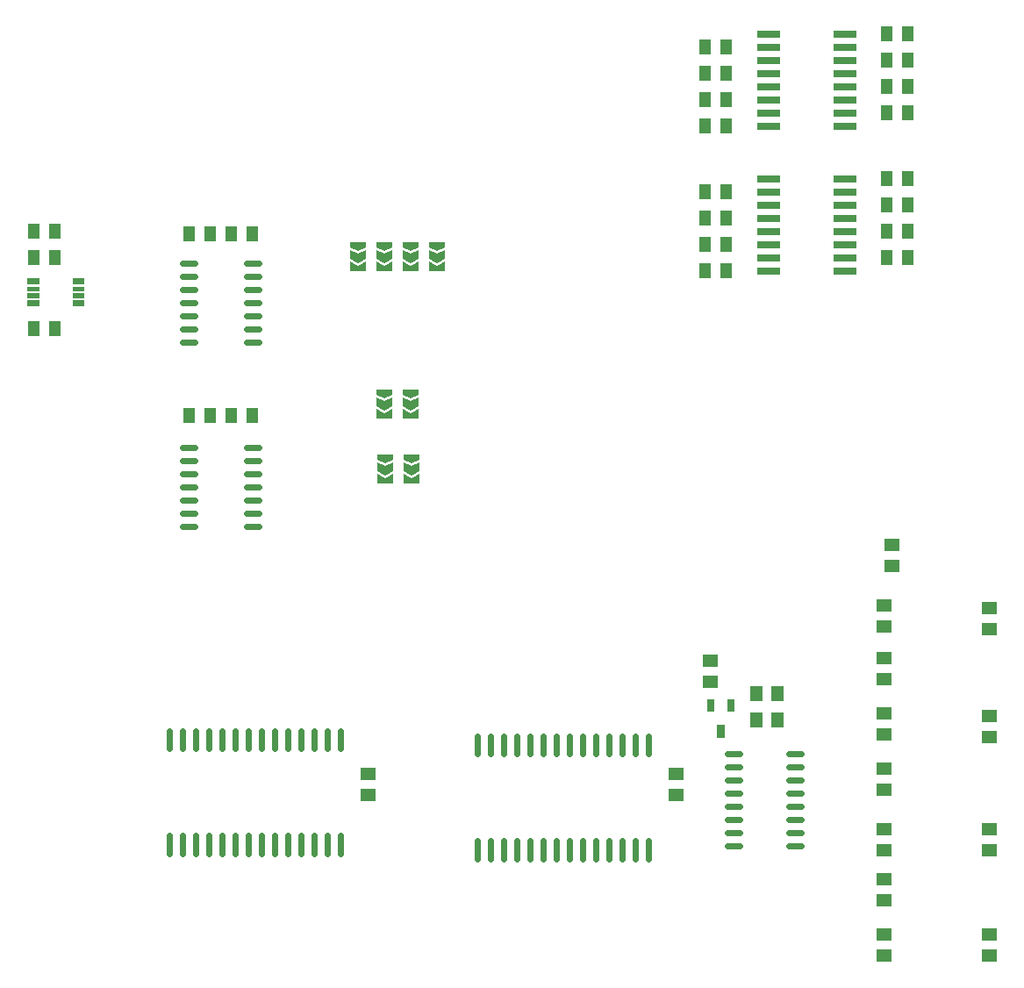
<source format=gbp>
G04 Layer: BottomPasteMaskLayer*
G04 EasyEDA v6.2.43, 2019-09-06T10:00:39+02:00*
G04 e5b5f855a0bb4ad7aac7fda025be0de6,91cc4837159741479c5be70faa949f3f,10*
G04 Gerber Generator version 0.2*
G04 Scale: 100 percent, Rotated: No, Reflected: No *
G04 Dimensions in millimeters *
G04 leading zeros omitted , absolute positions ,3 integer and 3 decimal *
%FSLAX33Y33*%
%MOMM*%
G90*
G71D02*

%ADD14C,0.599999*%

%LPD*%
G54D14*
G01X92291Y11966D02*
G01X91091Y11966D01*
G01X92291Y13236D02*
G01X91091Y13236D01*
G01X92291Y14506D02*
G01X91091Y14506D01*
G01X92291Y15776D02*
G01X91091Y15776D01*
G01X92291Y17046D02*
G01X91091Y17046D01*
G01X92291Y18316D02*
G01X91091Y18316D01*
G01X92291Y19586D02*
G01X91091Y19586D01*
G01X92291Y20856D02*
G01X91091Y20856D01*
G01X98235Y11966D02*
G01X97035Y11966D01*
G01X98235Y13236D02*
G01X97035Y13236D01*
G01X98235Y14506D02*
G01X97035Y14506D01*
G01X98235Y15776D02*
G01X97035Y15776D01*
G01X98235Y17046D02*
G01X97035Y17046D01*
G01X98235Y18316D02*
G01X97035Y18316D01*
G01X98235Y19586D02*
G01X97035Y19586D01*
G01X98235Y20856D02*
G01X97035Y20856D01*
G01X66977Y22547D02*
G01X66977Y20847D01*
G01X68247Y22547D02*
G01X68247Y20847D01*
G01X69517Y22547D02*
G01X69517Y20847D01*
G01X70787Y22547D02*
G01X70787Y20847D01*
G01X72057Y22547D02*
G01X72057Y20847D01*
G01X73327Y22547D02*
G01X73327Y20847D01*
G01X74597Y22547D02*
G01X74597Y20847D01*
G01X75867Y22547D02*
G01X75867Y20847D01*
G01X77137Y22547D02*
G01X77137Y20847D01*
G01X78407Y22547D02*
G01X78407Y20847D01*
G01X79677Y22547D02*
G01X79677Y20847D01*
G01X80947Y22547D02*
G01X80947Y20847D01*
G01X82217Y22547D02*
G01X82217Y20847D01*
G01X83487Y22547D02*
G01X83487Y20847D01*
G01X66977Y12432D02*
G01X66977Y10732D01*
G01X68247Y12432D02*
G01X68247Y10732D01*
G01X69517Y12432D02*
G01X69517Y10732D01*
G01X70787Y12432D02*
G01X70787Y10732D01*
G01X72057Y12432D02*
G01X72057Y10732D01*
G01X73327Y12432D02*
G01X73327Y10732D01*
G01X74597Y12432D02*
G01X74597Y10732D01*
G01X75867Y12432D02*
G01X75867Y10732D01*
G01X77137Y12432D02*
G01X77137Y10732D01*
G01X78407Y12432D02*
G01X78407Y10732D01*
G01X79677Y12432D02*
G01X79677Y10732D01*
G01X80947Y12432D02*
G01X80947Y10732D01*
G01X82217Y12432D02*
G01X82217Y10732D01*
G01X83487Y12432D02*
G01X83487Y10732D01*
G01X37259Y23055D02*
G01X37259Y21355D01*
G01X38529Y23055D02*
G01X38529Y21355D01*
G01X39799Y23055D02*
G01X39799Y21355D01*
G01X41069Y23055D02*
G01X41069Y21355D01*
G01X42339Y23055D02*
G01X42339Y21355D01*
G01X43609Y23055D02*
G01X43609Y21355D01*
G01X44879Y23055D02*
G01X44879Y21355D01*
G01X46149Y23055D02*
G01X46149Y21355D01*
G01X47419Y23055D02*
G01X47419Y21355D01*
G01X48689Y23055D02*
G01X48689Y21355D01*
G01X49959Y23055D02*
G01X49959Y21355D01*
G01X51229Y23055D02*
G01X51229Y21355D01*
G01X52499Y23055D02*
G01X52499Y21355D01*
G01X53769Y23055D02*
G01X53769Y21355D01*
G01X37259Y12940D02*
G01X37259Y11240D01*
G01X38529Y12940D02*
G01X38529Y11240D01*
G01X39799Y12940D02*
G01X39799Y11240D01*
G01X41069Y12940D02*
G01X41069Y11240D01*
G01X42339Y12940D02*
G01X42339Y11240D01*
G01X43609Y12940D02*
G01X43609Y11240D01*
G01X44879Y12940D02*
G01X44879Y11240D01*
G01X46149Y12940D02*
G01X46149Y11240D01*
G01X47419Y12940D02*
G01X47419Y11240D01*
G01X48689Y12940D02*
G01X48689Y11240D01*
G01X49959Y12940D02*
G01X49959Y11240D01*
G01X51229Y12940D02*
G01X51229Y11240D01*
G01X52499Y12940D02*
G01X52499Y11240D01*
G01X53769Y12940D02*
G01X53769Y11240D01*
G01X45911Y50422D02*
G01X44711Y50422D01*
G01X45911Y49152D02*
G01X44711Y49152D01*
G01X45911Y47882D02*
G01X44711Y47882D01*
G01X45911Y46612D02*
G01X44711Y46612D01*
G01X45911Y45342D02*
G01X44711Y45342D01*
G01X45911Y44072D02*
G01X44711Y44072D01*
G01X45911Y42802D02*
G01X44711Y42802D01*
G01X39713Y50422D02*
G01X38513Y50422D01*
G01X39713Y49152D02*
G01X38513Y49152D01*
G01X39713Y47882D02*
G01X38513Y47882D01*
G01X39713Y46612D02*
G01X38513Y46612D01*
G01X39713Y45342D02*
G01X38513Y45342D01*
G01X39713Y44072D02*
G01X38513Y44072D01*
G01X39713Y42802D02*
G01X38513Y42802D01*
G01X45911Y68202D02*
G01X44711Y68202D01*
G01X45911Y66932D02*
G01X44711Y66932D01*
G01X45911Y65662D02*
G01X44711Y65662D01*
G01X45911Y64392D02*
G01X44711Y64392D01*
G01X45911Y63122D02*
G01X44711Y63122D01*
G01X45911Y61852D02*
G01X44711Y61852D01*
G01X45911Y60582D02*
G01X44711Y60582D01*
G01X39713Y68202D02*
G01X38513Y68202D01*
G01X39713Y66932D02*
G01X38513Y66932D01*
G01X39713Y65662D02*
G01X38513Y65662D01*
G01X39713Y64392D02*
G01X38513Y64392D01*
G01X39713Y63122D02*
G01X38513Y63122D01*
G01X39713Y61852D02*
G01X38513Y61852D01*
G01X39713Y60582D02*
G01X38513Y60582D01*
G36*
G01X96500Y24870D02*
G01X95340Y24870D01*
G01X95340Y23400D01*
G01X96500Y23400D01*
G01X96500Y24870D01*
G37*
G36*
G01X94468Y24870D02*
G01X93308Y24870D01*
G01X93308Y23400D01*
G01X94468Y23400D01*
G01X94468Y24870D01*
G37*
G36*
G01X107717Y38412D02*
G01X107717Y39572D01*
G01X106247Y39572D01*
G01X106247Y38412D01*
G01X107717Y38412D01*
G37*
G36*
G01X107717Y40444D02*
G01X107717Y41604D01*
G01X106247Y41604D01*
G01X106247Y40444D01*
G01X107717Y40444D01*
G37*
G36*
G01X117115Y32316D02*
G01X117115Y33476D01*
G01X115645Y33476D01*
G01X115645Y32316D01*
G01X117115Y32316D01*
G37*
G36*
G01X117115Y34348D02*
G01X117115Y35508D01*
G01X115645Y35508D01*
G01X115645Y34348D01*
G01X117115Y34348D01*
G37*
G36*
G01X106955Y32570D02*
G01X106955Y33730D01*
G01X105485Y33730D01*
G01X105485Y32570D01*
G01X106955Y32570D01*
G37*
G36*
G01X106955Y34602D02*
G01X106955Y35762D01*
G01X105485Y35762D01*
G01X105485Y34602D01*
G01X106955Y34602D01*
G37*
G36*
G01X106955Y27490D02*
G01X106955Y28650D01*
G01X105485Y28650D01*
G01X105485Y27490D01*
G01X106955Y27490D01*
G37*
G36*
G01X106955Y29522D02*
G01X106955Y30682D01*
G01X105485Y30682D01*
G01X105485Y29522D01*
G01X106955Y29522D01*
G37*
G36*
G01X117115Y21902D02*
G01X117115Y23062D01*
G01X115645Y23062D01*
G01X115645Y21902D01*
G01X117115Y21902D01*
G37*
G36*
G01X117115Y23934D02*
G01X117115Y25094D01*
G01X115645Y25094D01*
G01X115645Y23934D01*
G01X117115Y23934D01*
G37*
G36*
G01X106955Y22156D02*
G01X106955Y23316D01*
G01X105485Y23316D01*
G01X105485Y22156D01*
G01X106955Y22156D01*
G37*
G36*
G01X106955Y24188D02*
G01X106955Y25348D01*
G01X105485Y25348D01*
G01X105485Y24188D01*
G01X106955Y24188D01*
G37*
G36*
G01X106955Y16822D02*
G01X106955Y17982D01*
G01X105485Y17982D01*
G01X105485Y16822D01*
G01X106955Y16822D01*
G37*
G36*
G01X106955Y18854D02*
G01X106955Y20014D01*
G01X105485Y20014D01*
G01X105485Y18854D01*
G01X106955Y18854D01*
G37*
G36*
G01X117115Y10980D02*
G01X117115Y12140D01*
G01X115645Y12140D01*
G01X115645Y10980D01*
G01X117115Y10980D01*
G37*
G36*
G01X117115Y13012D02*
G01X117115Y14172D01*
G01X115645Y14172D01*
G01X115645Y13012D01*
G01X117115Y13012D01*
G37*
G36*
G01X106955Y10980D02*
G01X106955Y12140D01*
G01X105485Y12140D01*
G01X105485Y10980D01*
G01X106955Y10980D01*
G37*
G36*
G01X106955Y13012D02*
G01X106955Y14172D01*
G01X105485Y14172D01*
G01X105485Y13012D01*
G01X106955Y13012D01*
G37*
G36*
G01X106955Y6154D02*
G01X106955Y7314D01*
G01X105485Y7314D01*
G01X105485Y6154D01*
G01X106955Y6154D01*
G37*
G36*
G01X106955Y8186D02*
G01X106955Y9346D01*
G01X105485Y9346D01*
G01X105485Y8186D01*
G01X106955Y8186D01*
G37*
G36*
G01X117115Y820D02*
G01X117115Y1980D01*
G01X115645Y1980D01*
G01X115645Y820D01*
G01X117115Y820D01*
G37*
G36*
G01X117115Y2852D02*
G01X117115Y4012D01*
G01X115645Y4012D01*
G01X115645Y2852D01*
G01X117115Y2852D01*
G37*
G36*
G01X106955Y820D02*
G01X106955Y1980D01*
G01X105485Y1980D01*
G01X105485Y820D01*
G01X106955Y820D01*
G37*
G36*
G01X106955Y2852D02*
G01X106955Y4012D01*
G01X105485Y4012D01*
G01X105485Y2852D01*
G01X106955Y2852D01*
G37*
G36*
G01X90822Y23635D02*
G01X90122Y23635D01*
G01X90122Y22385D01*
G01X90822Y22385D01*
G01X90822Y23635D01*
G37*
G36*
G01X91772Y26134D02*
G01X91072Y26134D01*
G01X91072Y24884D01*
G01X91772Y24884D01*
G01X91772Y26134D01*
G37*
G36*
G01X89872Y26134D02*
G01X89172Y26134D01*
G01X89172Y24884D01*
G01X89872Y24884D01*
G01X89872Y26134D01*
G37*
G36*
G01X90191Y27236D02*
G01X90191Y28396D01*
G01X88721Y28396D01*
G01X88721Y27236D01*
G01X90191Y27236D01*
G37*
G36*
G01X90191Y29268D02*
G01X90191Y30428D01*
G01X88721Y30428D01*
G01X88721Y29268D01*
G01X90191Y29268D01*
G37*
G36*
G01X96500Y27410D02*
G01X95340Y27410D01*
G01X95340Y25940D01*
G01X96500Y25940D01*
G01X96500Y27410D01*
G37*
G36*
G01X94468Y27410D02*
G01X93308Y27410D01*
G01X93308Y25940D01*
G01X94468Y25940D01*
G01X94468Y27410D01*
G37*
G36*
G01X88368Y88295D02*
G01X89528Y88295D01*
G01X89528Y89765D01*
G01X88368Y89765D01*
G01X88368Y88295D01*
G37*
G36*
G01X90400Y88295D02*
G01X91560Y88295D01*
G01X91560Y89765D01*
G01X90400Y89765D01*
G01X90400Y88295D01*
G37*
G36*
G01X105894Y81945D02*
G01X107054Y81945D01*
G01X107054Y83415D01*
G01X105894Y83415D01*
G01X105894Y81945D01*
G37*
G36*
G01X107926Y81945D02*
G01X109086Y81945D01*
G01X109086Y83415D01*
G01X107926Y83415D01*
G01X107926Y81945D01*
G37*
G36*
G01X96144Y81059D02*
G01X96144Y81760D01*
G01X93944Y81760D01*
G01X93944Y81059D01*
G01X96144Y81059D01*
G37*
G36*
G01X96144Y82329D02*
G01X96144Y83030D01*
G01X93944Y83030D01*
G01X93944Y82329D01*
G01X96144Y82329D01*
G37*
G36*
G01X96144Y83599D02*
G01X96144Y84300D01*
G01X93944Y84300D01*
G01X93944Y83599D01*
G01X96144Y83599D01*
G37*
G36*
G01X96144Y84869D02*
G01X96144Y85570D01*
G01X93944Y85570D01*
G01X93944Y84869D01*
G01X96144Y84869D01*
G37*
G36*
G01X96144Y86139D02*
G01X96144Y86840D01*
G01X93944Y86840D01*
G01X93944Y86139D01*
G01X96144Y86139D01*
G37*
G36*
G01X96144Y87409D02*
G01X96144Y88110D01*
G01X93944Y88110D01*
G01X93944Y87409D01*
G01X96144Y87409D01*
G37*
G36*
G01X96144Y88679D02*
G01X96144Y89380D01*
G01X93944Y89380D01*
G01X93944Y88679D01*
G01X96144Y88679D01*
G37*
G36*
G01X96144Y89949D02*
G01X96144Y90650D01*
G01X93944Y90650D01*
G01X93944Y89949D01*
G01X96144Y89949D01*
G37*
G36*
G01X103543Y89949D02*
G01X103543Y90650D01*
G01X101343Y90650D01*
G01X101343Y89949D01*
G01X103543Y89949D01*
G37*
G36*
G01X103543Y88679D02*
G01X103543Y89380D01*
G01X101343Y89380D01*
G01X101343Y88679D01*
G01X103543Y88679D01*
G37*
G36*
G01X103543Y87409D02*
G01X103543Y88110D01*
G01X101343Y88110D01*
G01X101343Y87409D01*
G01X103543Y87409D01*
G37*
G36*
G01X103543Y86139D02*
G01X103543Y86840D01*
G01X101343Y86840D01*
G01X101343Y86139D01*
G01X103543Y86139D01*
G37*
G36*
G01X103543Y84869D02*
G01X103543Y85570D01*
G01X101343Y85570D01*
G01X101343Y84869D01*
G01X103543Y84869D01*
G37*
G36*
G01X103543Y83599D02*
G01X103543Y84300D01*
G01X101343Y84300D01*
G01X101343Y83599D01*
G01X103543Y83599D01*
G37*
G36*
G01X103543Y82329D02*
G01X103543Y83030D01*
G01X101343Y83030D01*
G01X101343Y82329D01*
G01X103543Y82329D01*
G37*
G36*
G01X103543Y81059D02*
G01X103543Y81760D01*
G01X101343Y81760D01*
G01X101343Y81059D01*
G01X103543Y81059D01*
G37*
G36*
G01X105894Y84485D02*
G01X107054Y84485D01*
G01X107054Y85955D01*
G01X105894Y85955D01*
G01X105894Y84485D01*
G37*
G36*
G01X107926Y84485D02*
G01X109086Y84485D01*
G01X109086Y85955D01*
G01X107926Y85955D01*
G01X107926Y84485D01*
G37*
G36*
G01X105894Y87025D02*
G01X107054Y87025D01*
G01X107054Y88495D01*
G01X105894Y88495D01*
G01X105894Y87025D01*
G37*
G36*
G01X107926Y87025D02*
G01X109086Y87025D01*
G01X109086Y88495D01*
G01X107926Y88495D01*
G01X107926Y87025D01*
G37*
G36*
G01X105894Y89565D02*
G01X107054Y89565D01*
G01X107054Y91035D01*
G01X105894Y91035D01*
G01X105894Y89565D01*
G37*
G36*
G01X107926Y89565D02*
G01X109086Y89565D01*
G01X109086Y91035D01*
G01X107926Y91035D01*
G01X107926Y89565D01*
G37*
G36*
G01X88368Y85755D02*
G01X89528Y85755D01*
G01X89528Y87225D01*
G01X88368Y87225D01*
G01X88368Y85755D01*
G37*
G36*
G01X90400Y85755D02*
G01X91560Y85755D01*
G01X91560Y87225D01*
G01X90400Y87225D01*
G01X90400Y85755D01*
G37*
G36*
G01X88368Y83215D02*
G01X89528Y83215D01*
G01X89528Y84685D01*
G01X88368Y84685D01*
G01X88368Y83215D01*
G37*
G36*
G01X90400Y83215D02*
G01X91560Y83215D01*
G01X91560Y84685D01*
G01X90400Y84685D01*
G01X90400Y83215D01*
G37*
G36*
G01X88368Y80675D02*
G01X89528Y80675D01*
G01X89528Y82145D01*
G01X88368Y82145D01*
G01X88368Y80675D01*
G37*
G36*
G01X90400Y80675D02*
G01X91560Y80675D01*
G01X91560Y82145D01*
G01X90400Y82145D01*
G01X90400Y80675D01*
G37*
G36*
G01X88368Y74325D02*
G01X89528Y74325D01*
G01X89528Y75795D01*
G01X88368Y75795D01*
G01X88368Y74325D01*
G37*
G36*
G01X90400Y74325D02*
G01X91560Y74325D01*
G01X91560Y75795D01*
G01X90400Y75795D01*
G01X90400Y74325D01*
G37*
G36*
G01X105894Y67975D02*
G01X107054Y67975D01*
G01X107054Y69445D01*
G01X105894Y69445D01*
G01X105894Y67975D01*
G37*
G36*
G01X107926Y67975D02*
G01X109086Y67975D01*
G01X109086Y69445D01*
G01X107926Y69445D01*
G01X107926Y67975D01*
G37*
G36*
G01X96144Y67089D02*
G01X96144Y67790D01*
G01X93944Y67790D01*
G01X93944Y67089D01*
G01X96144Y67089D01*
G37*
G36*
G01X96144Y68359D02*
G01X96144Y69060D01*
G01X93944Y69060D01*
G01X93944Y68359D01*
G01X96144Y68359D01*
G37*
G36*
G01X96144Y69629D02*
G01X96144Y70330D01*
G01X93944Y70330D01*
G01X93944Y69629D01*
G01X96144Y69629D01*
G37*
G36*
G01X96144Y70899D02*
G01X96144Y71600D01*
G01X93944Y71600D01*
G01X93944Y70899D01*
G01X96144Y70899D01*
G37*
G36*
G01X96144Y72169D02*
G01X96144Y72870D01*
G01X93944Y72870D01*
G01X93944Y72169D01*
G01X96144Y72169D01*
G37*
G36*
G01X96144Y73439D02*
G01X96144Y74140D01*
G01X93944Y74140D01*
G01X93944Y73439D01*
G01X96144Y73439D01*
G37*
G36*
G01X96144Y74709D02*
G01X96144Y75410D01*
G01X93944Y75410D01*
G01X93944Y74709D01*
G01X96144Y74709D01*
G37*
G36*
G01X96144Y75979D02*
G01X96144Y76680D01*
G01X93944Y76680D01*
G01X93944Y75979D01*
G01X96144Y75979D01*
G37*
G36*
G01X103543Y75979D02*
G01X103543Y76680D01*
G01X101343Y76680D01*
G01X101343Y75979D01*
G01X103543Y75979D01*
G37*
G36*
G01X103543Y74709D02*
G01X103543Y75410D01*
G01X101343Y75410D01*
G01X101343Y74709D01*
G01X103543Y74709D01*
G37*
G36*
G01X103543Y73439D02*
G01X103543Y74140D01*
G01X101343Y74140D01*
G01X101343Y73439D01*
G01X103543Y73439D01*
G37*
G36*
G01X103543Y72169D02*
G01X103543Y72870D01*
G01X101343Y72870D01*
G01X101343Y72169D01*
G01X103543Y72169D01*
G37*
G36*
G01X103543Y70899D02*
G01X103543Y71600D01*
G01X101343Y71600D01*
G01X101343Y70899D01*
G01X103543Y70899D01*
G37*
G36*
G01X103543Y69629D02*
G01X103543Y70330D01*
G01X101343Y70330D01*
G01X101343Y69629D01*
G01X103543Y69629D01*
G37*
G36*
G01X103543Y68359D02*
G01X103543Y69060D01*
G01X101343Y69060D01*
G01X101343Y68359D01*
G01X103543Y68359D01*
G37*
G36*
G01X103543Y67089D02*
G01X103543Y67790D01*
G01X101343Y67790D01*
G01X101343Y67089D01*
G01X103543Y67089D01*
G37*
G36*
G01X105894Y70515D02*
G01X107054Y70515D01*
G01X107054Y71985D01*
G01X105894Y71985D01*
G01X105894Y70515D01*
G37*
G36*
G01X107926Y70515D02*
G01X109086Y70515D01*
G01X109086Y71985D01*
G01X107926Y71985D01*
G01X107926Y70515D01*
G37*
G36*
G01X105894Y73055D02*
G01X107054Y73055D01*
G01X107054Y74525D01*
G01X105894Y74525D01*
G01X105894Y73055D01*
G37*
G36*
G01X107926Y73055D02*
G01X109086Y73055D01*
G01X109086Y74525D01*
G01X107926Y74525D01*
G01X107926Y73055D01*
G37*
G36*
G01X105894Y75595D02*
G01X107054Y75595D01*
G01X107054Y77065D01*
G01X105894Y77065D01*
G01X105894Y75595D01*
G37*
G36*
G01X107926Y75595D02*
G01X109086Y75595D01*
G01X109086Y77065D01*
G01X107926Y77065D01*
G01X107926Y75595D01*
G37*
G36*
G01X88368Y71785D02*
G01X89528Y71785D01*
G01X89528Y73255D01*
G01X88368Y73255D01*
G01X88368Y71785D01*
G37*
G36*
G01X90400Y71785D02*
G01X91560Y71785D01*
G01X91560Y73255D01*
G01X90400Y73255D01*
G01X90400Y71785D01*
G37*
G36*
G01X88368Y69245D02*
G01X89528Y69245D01*
G01X89528Y70715D01*
G01X88368Y70715D01*
G01X88368Y69245D01*
G37*
G36*
G01X90400Y69245D02*
G01X91560Y69245D01*
G01X91560Y70715D01*
G01X90400Y70715D01*
G01X90400Y69245D01*
G37*
G36*
G01X88368Y66705D02*
G01X89528Y66705D01*
G01X89528Y68175D01*
G01X88368Y68175D01*
G01X88368Y66705D01*
G37*
G36*
G01X90400Y66705D02*
G01X91560Y66705D01*
G01X91560Y68175D01*
G01X90400Y68175D01*
G01X90400Y66705D01*
G37*
G36*
G01X85419Y19505D02*
G01X85419Y18345D01*
G01X86889Y18345D01*
G01X86889Y19505D01*
G01X85419Y19505D01*
G37*
G36*
G01X85419Y17473D02*
G01X85419Y16313D01*
G01X86889Y16313D01*
G01X86889Y17473D01*
G01X85419Y17473D01*
G37*
G36*
G01X55701Y19505D02*
G01X55701Y18345D01*
G01X57171Y18345D01*
G01X57171Y19505D01*
G01X55701Y19505D01*
G37*
G36*
G01X55701Y17473D02*
G01X55701Y16313D01*
G01X57171Y16313D01*
G01X57171Y17473D01*
G01X55701Y17473D01*
G37*
G36*
G01X23571Y66123D02*
G01X24721Y66123D01*
G01X24721Y66723D01*
G01X23571Y66723D01*
G01X23571Y66123D01*
G37*
G36*
G01X23571Y65474D02*
G01X24721Y65474D01*
G01X24721Y65923D01*
G01X23571Y65923D01*
G01X23571Y65474D01*
G37*
G36*
G01X23571Y64824D02*
G01X24721Y64824D01*
G01X24721Y65273D01*
G01X23571Y65273D01*
G01X23571Y64824D01*
G37*
G36*
G01X23571Y64024D02*
G01X24721Y64024D01*
G01X24721Y64624D01*
G01X23571Y64624D01*
G01X23571Y64024D01*
G37*
G36*
G01X27921Y64024D02*
G01X29071Y64024D01*
G01X29071Y64624D01*
G01X27921Y64624D01*
G01X27921Y64024D01*
G37*
G36*
G01X27921Y64824D02*
G01X29071Y64824D01*
G01X29071Y65273D01*
G01X27921Y65273D01*
G01X27921Y64824D01*
G37*
G36*
G01X27921Y65473D02*
G01X29071Y65473D01*
G01X29071Y65923D01*
G01X27921Y65923D01*
G01X27921Y65473D01*
G37*
G36*
G01X27921Y66123D02*
G01X29071Y66123D01*
G01X29071Y66723D01*
G01X27921Y66723D01*
G01X27921Y66123D01*
G37*
G36*
G01X23598Y61117D02*
G01X24758Y61117D01*
G01X24758Y62587D01*
G01X23598Y62587D01*
G01X23598Y61117D01*
G37*
G36*
G01X25630Y61117D02*
G01X26790Y61117D01*
G01X26790Y62587D01*
G01X25630Y62587D01*
G01X25630Y61117D01*
G37*
G36*
G01X23598Y70514D02*
G01X24758Y70514D01*
G01X24758Y71984D01*
G01X23598Y71984D01*
G01X23598Y70514D01*
G37*
G36*
G01X25630Y70514D02*
G01X26790Y70514D01*
G01X26790Y71984D01*
G01X25630Y71984D01*
G01X25630Y70514D01*
G37*
G36*
G01X26790Y69444D02*
G01X25630Y69444D01*
G01X25630Y67974D01*
G01X26790Y67974D01*
G01X26790Y69444D01*
G37*
G36*
G01X24758Y69444D02*
G01X23598Y69444D01*
G01X23598Y67974D01*
G01X24758Y67974D01*
G01X24758Y69444D01*
G37*
G36*
G01X41776Y54204D02*
G01X40616Y54204D01*
G01X40616Y52734D01*
G01X41776Y52734D01*
G01X41776Y54204D01*
G37*
G36*
G01X39744Y54204D02*
G01X38584Y54204D01*
G01X38584Y52734D01*
G01X39744Y52734D01*
G01X39744Y54204D01*
G37*
G36*
G01X42648Y52735D02*
G01X43808Y52735D01*
G01X43808Y54205D01*
G01X42648Y54205D01*
G01X42648Y52735D01*
G37*
G36*
G01X44680Y52735D02*
G01X45840Y52735D01*
G01X45840Y54205D01*
G01X44680Y54205D01*
G01X44680Y52735D01*
G37*
G36*
G01X41776Y71730D02*
G01X40616Y71730D01*
G01X40616Y70260D01*
G01X41776Y70260D01*
G01X41776Y71730D01*
G37*
G36*
G01X39744Y71730D02*
G01X38584Y71730D01*
G01X38584Y70260D01*
G01X39744Y70260D01*
G01X39744Y71730D01*
G37*
G36*
G01X42648Y70261D02*
G01X43808Y70261D01*
G01X43808Y71731D01*
G01X42648Y71731D01*
G01X42648Y70261D01*
G37*
G36*
G01X44680Y70261D02*
G01X45840Y70261D01*
G01X45840Y71731D01*
G01X44680Y71731D01*
G01X44680Y70261D01*
G37*
G36*
G01X62278Y70233D02*
G01X62278Y69725D01*
G01X63040Y69344D01*
G01X63802Y69725D01*
G01X63802Y70233D01*
G01X62278Y70233D01*
G37*
G36*
G01X62278Y69471D02*
G01X62278Y68582D01*
G01X63040Y68201D01*
G01X63802Y68582D01*
G01X63802Y69471D01*
G01X63040Y69090D01*
G01X62278Y69471D01*
G37*
G36*
G01X62278Y68328D02*
G01X62278Y67439D01*
G01X63802Y67439D01*
G01X63802Y68328D01*
G01X63040Y67947D01*
G01X62278Y68328D01*
G37*
G36*
G01X59738Y70233D02*
G01X59738Y69725D01*
G01X60500Y69344D01*
G01X61262Y69725D01*
G01X61262Y70233D01*
G01X59738Y70233D01*
G37*
G36*
G01X59738Y69471D02*
G01X59738Y68582D01*
G01X60500Y68201D01*
G01X61262Y68582D01*
G01X61262Y69471D01*
G01X60500Y69090D01*
G01X59738Y69471D01*
G37*
G36*
G01X59738Y68328D02*
G01X59738Y67439D01*
G01X61262Y67439D01*
G01X61262Y68328D01*
G01X60500Y67947D01*
G01X59738Y68328D01*
G37*
G36*
G01X57198Y70233D02*
G01X57198Y69725D01*
G01X57960Y69344D01*
G01X58722Y69725D01*
G01X58722Y70233D01*
G01X57198Y70233D01*
G37*
G36*
G01X57198Y69471D02*
G01X57198Y68582D01*
G01X57960Y68201D01*
G01X58722Y68582D01*
G01X58722Y69471D01*
G01X57960Y69090D01*
G01X57198Y69471D01*
G37*
G36*
G01X57198Y68328D02*
G01X57198Y67439D01*
G01X58722Y67439D01*
G01X58722Y68328D01*
G01X57960Y67947D01*
G01X57198Y68328D01*
G37*
G36*
G01X54658Y70233D02*
G01X54658Y69725D01*
G01X55420Y69344D01*
G01X56182Y69725D01*
G01X56182Y70233D01*
G01X54658Y70233D01*
G37*
G36*
G01X54658Y69471D02*
G01X54658Y68582D01*
G01X55420Y68201D01*
G01X56182Y68582D01*
G01X56182Y69471D01*
G01X55420Y69090D01*
G01X54658Y69471D01*
G37*
G36*
G01X54658Y68328D02*
G01X54658Y67439D01*
G01X56182Y67439D01*
G01X56182Y68328D01*
G01X55420Y67947D01*
G01X54658Y68328D01*
G37*
G36*
G01X57358Y49741D02*
G01X57358Y49233D01*
G01X58120Y48852D01*
G01X58882Y49233D01*
G01X58882Y49741D01*
G01X57358Y49741D01*
G37*
G36*
G01X57358Y48979D02*
G01X57358Y48090D01*
G01X58120Y47709D01*
G01X58882Y48090D01*
G01X58882Y48979D01*
G01X58120Y48598D01*
G01X57358Y48979D01*
G37*
G36*
G01X57358Y47836D02*
G01X57358Y46947D01*
G01X58882Y46947D01*
G01X58882Y47836D01*
G01X58120Y47455D01*
G01X57358Y47836D01*
G37*
G36*
G01X59898Y49741D02*
G01X59898Y49233D01*
G01X60660Y48852D01*
G01X61422Y49233D01*
G01X61422Y49741D01*
G01X59898Y49741D01*
G37*
G36*
G01X59898Y48979D02*
G01X59898Y48090D01*
G01X60660Y47709D01*
G01X61422Y48090D01*
G01X61422Y48979D01*
G01X60660Y48598D01*
G01X59898Y48979D01*
G37*
G36*
G01X59898Y47836D02*
G01X59898Y46947D01*
G01X61422Y46947D01*
G01X61422Y47836D01*
G01X60660Y47455D01*
G01X59898Y47836D01*
G37*
G36*
G01X57198Y56009D02*
G01X57198Y55501D01*
G01X57960Y55120D01*
G01X58722Y55501D01*
G01X58722Y56009D01*
G01X57198Y56009D01*
G37*
G36*
G01X57198Y55247D02*
G01X57198Y54358D01*
G01X57960Y53977D01*
G01X58722Y54358D01*
G01X58722Y55247D01*
G01X57960Y54866D01*
G01X57198Y55247D01*
G37*
G36*
G01X57198Y54104D02*
G01X57198Y53215D01*
G01X58722Y53215D01*
G01X58722Y54104D01*
G01X57960Y53723D01*
G01X57198Y54104D01*
G37*
G36*
G01X59738Y56009D02*
G01X59738Y55501D01*
G01X60500Y55120D01*
G01X61262Y55501D01*
G01X61262Y56009D01*
G01X59738Y56009D01*
G37*
G36*
G01X59738Y55247D02*
G01X59738Y54358D01*
G01X60500Y53977D01*
G01X61262Y54358D01*
G01X61262Y55247D01*
G01X60500Y54866D01*
G01X59738Y55247D01*
G37*
G36*
G01X59738Y54104D02*
G01X59738Y53215D01*
G01X61262Y53215D01*
G01X61262Y54104D01*
G01X60500Y53723D01*
G01X59738Y54104D01*
G37*
M00*
M02*

</source>
